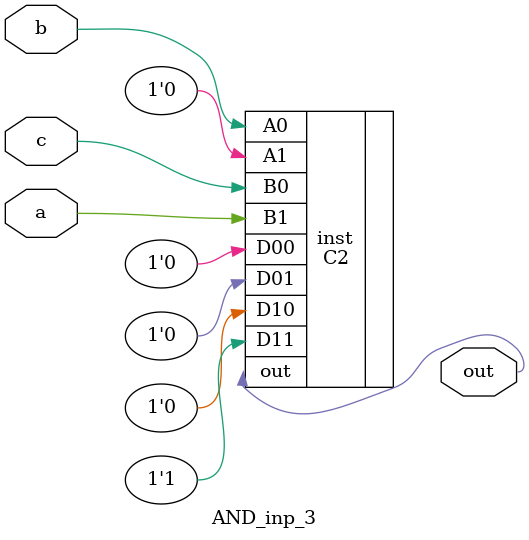
<source format=v>
module AND_inp_3 (input a , b, c, output out);
    C2 #(1) inst(.D00(1'b0), .D01(1'b0), .D10(1'b0), .D11(1'b1), .A1(1'b0), .B1(a), .A0(b), .B0(c), .out(out));
endmodule
</source>
